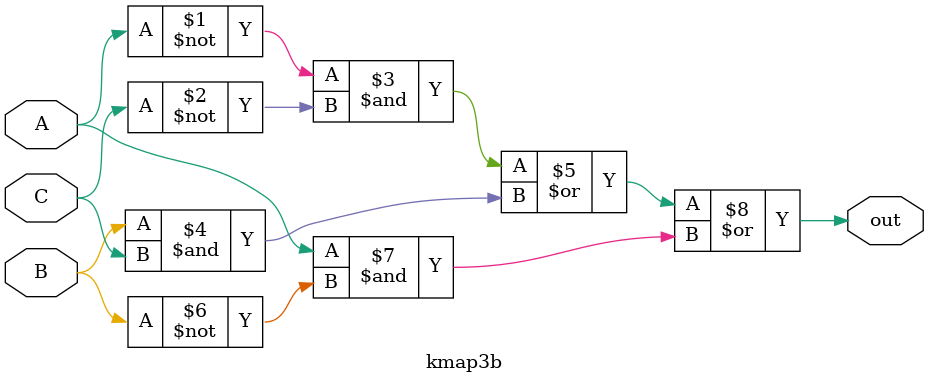
<source format=v>
module kmap3b(
	input A,
	input B,
	input C,
	output out);
	
	assign out = (~A&~C) | (B&C) | (A& ~B);
endmodule
</source>
